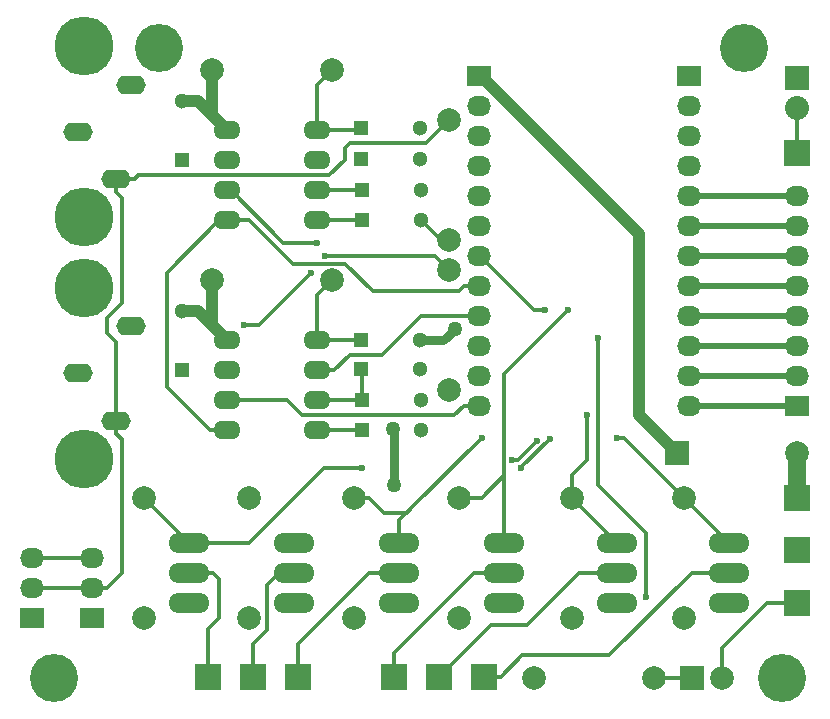
<source format=gtl>
G04 #@! TF.FileFunction,Copper,L1,Top,Mixed*
%FSLAX46Y46*%
G04 Gerber Fmt 4.6, Leading zero omitted, Abs format (unit mm)*
G04 Created by KiCad (PCBNEW 4.0.0-stable) date Monday, December 21, 2015 'AMt' 12:47:19 AM*
%MOMM*%
G01*
G04 APERTURE LIST*
%ADD10C,0.100000*%
%ADD11C,4.064000*%
%ADD12R,2.235200X2.235200*%
%ADD13R,2.032000X1.727200*%
%ADD14O,2.032000X1.727200*%
%ADD15R,1.300000X1.300000*%
%ADD16C,1.300000*%
%ADD17C,1.998980*%
%ADD18R,1.998980X1.998980*%
%ADD19R,2.032000X2.032000*%
%ADD20O,2.032000X2.032000*%
%ADD21O,2.300000X1.600000*%
%ADD22O,2.500000X1.600000*%
%ADD23O,5.000000X5.000000*%
%ADD24O,3.500120X1.699260*%
%ADD25R,2.000000X2.000000*%
%ADD26C,2.000000*%
%ADD27C,1.270000*%
%ADD28C,0.600000*%
%ADD29C,0.300000*%
%ADD30C,0.762000*%
%ADD31C,1.000000*%
%ADD32C,1.500000*%
%ADD33C,0.500000*%
%ADD34C,0.250000*%
G04 APERTURE END LIST*
D10*
D11*
X150495000Y-128270000D03*
X88900000Y-128270000D03*
D12*
X101911143Y-128163701D03*
D11*
X97790000Y-74930000D03*
D13*
X124894362Y-77305728D03*
D14*
X124894362Y-79845728D03*
X124894362Y-82385728D03*
X124894362Y-84925728D03*
X124894362Y-87465728D03*
X124894362Y-90005728D03*
X124894362Y-92545728D03*
X124894362Y-95085728D03*
X124894362Y-97625728D03*
X124894362Y-100165728D03*
X124894362Y-102705728D03*
X124894362Y-105245728D03*
D13*
X142674362Y-77305728D03*
D14*
X142674362Y-92545728D03*
X142674362Y-95085728D03*
X142674362Y-90005728D03*
X142674362Y-97625728D03*
X142674362Y-84925728D03*
X142674362Y-82385728D03*
X142674362Y-79845728D03*
X142674362Y-87465728D03*
X142674362Y-102705728D03*
X142674362Y-100165728D03*
X142674362Y-105245728D03*
D15*
X114935000Y-89535000D03*
D16*
X119935000Y-89535000D03*
D15*
X114935000Y-107315000D03*
D16*
X119935000Y-107315000D03*
D15*
X114905000Y-81735000D03*
D16*
X119905000Y-81735000D03*
D15*
X114905000Y-99695000D03*
D16*
X119905000Y-99695000D03*
D15*
X114935000Y-86995000D03*
D16*
X119935000Y-86995000D03*
D15*
X114935000Y-104775000D03*
D16*
X119935000Y-104775000D03*
D15*
X99695000Y-84455000D03*
D16*
X99695000Y-79455000D03*
D15*
X99695000Y-102235000D03*
D16*
X99695000Y-97235000D03*
D17*
X151765000Y-109220000D03*
D18*
X141605000Y-109220000D03*
D12*
X117663459Y-128195719D03*
X121473459Y-128195719D03*
X105721143Y-128163701D03*
X125283459Y-128195719D03*
X109531143Y-128163701D03*
D13*
X86995000Y-123190000D03*
D14*
X86995000Y-120650000D03*
X86995000Y-118110000D03*
D13*
X92075000Y-123190000D03*
D14*
X92075000Y-120650000D03*
X92075000Y-118110000D03*
D12*
X151765000Y-121920000D03*
X151765000Y-113030000D03*
X151765000Y-117475000D03*
X151765000Y-83820000D03*
D13*
X151765000Y-105245728D03*
D14*
X151765000Y-102705728D03*
X151765000Y-100165728D03*
X151765000Y-97625728D03*
X151765000Y-95085728D03*
X151765000Y-92545728D03*
X151765000Y-90005728D03*
X151765000Y-87465728D03*
D17*
X122305000Y-91215000D03*
X122305000Y-81055000D03*
X122305000Y-93735000D03*
X122305000Y-103895000D03*
X112395000Y-76835000D03*
X102235000Y-76835000D03*
X112395000Y-94615000D03*
X102235000Y-94615000D03*
X129540000Y-128270000D03*
X139700000Y-128270000D03*
X123190000Y-123190000D03*
X123190000Y-113030000D03*
X96520000Y-123190000D03*
X96520000Y-113030000D03*
X132715000Y-123190000D03*
X132715000Y-113030000D03*
X105410000Y-123190000D03*
X105410000Y-113030000D03*
X142240000Y-123190000D03*
X142240000Y-113030000D03*
X114300000Y-123190000D03*
X114300000Y-113030000D03*
D19*
X151765000Y-77470000D03*
D20*
X151765000Y-80010000D03*
D21*
X103505000Y-81915000D03*
X103505000Y-84455000D03*
X103505000Y-86995000D03*
X103505000Y-89535000D03*
X111125000Y-89535000D03*
X111125000Y-86995000D03*
X111125000Y-84455000D03*
X111125000Y-81915000D03*
X103505000Y-99695000D03*
X103505000Y-102235000D03*
X103505000Y-104775000D03*
X103505000Y-107315000D03*
X111125000Y-107315000D03*
X111125000Y-104775000D03*
X111125000Y-102235000D03*
X111125000Y-99695000D03*
D22*
X94143607Y-86035000D03*
X95393607Y-78035000D03*
D23*
X91393607Y-74785000D03*
X91393607Y-89285000D03*
D22*
X90893607Y-82035000D03*
X94143607Y-106482355D03*
X95393607Y-98482355D03*
D23*
X91393607Y-95232355D03*
X91393607Y-109732355D03*
D22*
X90893607Y-102482355D03*
D24*
X100330000Y-119380000D03*
X100330000Y-116840000D03*
X100330000Y-121920000D03*
X109220000Y-119380000D03*
X109220000Y-116840000D03*
X109220000Y-121920000D03*
X118110000Y-119380000D03*
X118110000Y-116840000D03*
X118110000Y-121920000D03*
X127000000Y-119380000D03*
X127000000Y-116840000D03*
X127000000Y-121920000D03*
X136525000Y-119380000D03*
X136525000Y-116840000D03*
X136525000Y-121920000D03*
X146050000Y-119380000D03*
X146050000Y-116840000D03*
X146050000Y-121920000D03*
D11*
X147320000Y-74930000D03*
D15*
X114905000Y-84335000D03*
D16*
X119905000Y-84335000D03*
D15*
X114905000Y-102135000D03*
D16*
X119905000Y-102135000D03*
D25*
X142875000Y-128270000D03*
D26*
X145415000Y-128270000D03*
D27*
X122805000Y-98735000D03*
X117605000Y-107235000D03*
X117705000Y-111935000D03*
D28*
X122305000Y-81055000D03*
X111800000Y-92549990D03*
X110600000Y-94000000D03*
X105000000Y-98400000D03*
X132410010Y-97155000D03*
X130884253Y-108024253D03*
X128450013Y-110490000D03*
X114935000Y-110490000D03*
X133985000Y-106045000D03*
X129789627Y-108199627D03*
X127650020Y-109839978D03*
X136525000Y-107950000D03*
X125095006Y-107950000D03*
X111125000Y-91424980D03*
X130460010Y-97155000D03*
X139000000Y-121400000D03*
X134900000Y-99500000D03*
D29*
X114935000Y-89535000D02*
X111125000Y-89535000D01*
X119935000Y-89535000D02*
X121615000Y-91215000D01*
X121615000Y-91215000D02*
X122305000Y-91215000D01*
X111125000Y-107315000D02*
X114935000Y-107315000D01*
X111125000Y-81915000D02*
X115015000Y-81915000D01*
X111125000Y-78105000D02*
X112395000Y-76835000D01*
X111125000Y-81915000D02*
X111125000Y-78105000D01*
D30*
X119905000Y-99695000D02*
X121845000Y-99695000D01*
X122170001Y-99369999D02*
X122805000Y-98735000D01*
X121845000Y-99695000D02*
X122170001Y-99369999D01*
X117705000Y-111935000D02*
X117705000Y-107335000D01*
X117705000Y-107335000D02*
X117605000Y-107235000D01*
D29*
X111125000Y-99695000D02*
X115015000Y-99695000D01*
X111125000Y-95885000D02*
X112395000Y-94615000D01*
X111125000Y-99695000D02*
X111125000Y-95885000D01*
X114935000Y-86995000D02*
X111125000Y-86995000D01*
D31*
X103855000Y-99695000D02*
X103505000Y-99695000D01*
X103855000Y-81915000D02*
X103505000Y-81915000D01*
X102235000Y-98425000D02*
X103505000Y-99695000D01*
X102235000Y-94615000D02*
X102235000Y-98425000D01*
X102235000Y-80645000D02*
X103505000Y-81915000D01*
X102235000Y-76835000D02*
X102235000Y-80645000D01*
X101045000Y-97235000D02*
X102235000Y-98425000D01*
X99695000Y-97235000D02*
X101045000Y-97235000D01*
X101045000Y-79455000D02*
X102235000Y-80645000D01*
X99695000Y-79455000D02*
X101045000Y-79455000D01*
X125046762Y-77305728D02*
X124894362Y-77305728D01*
X138430000Y-90688966D02*
X125046762Y-77305728D01*
X138430000Y-106045000D02*
X138430000Y-90688966D01*
X141605000Y-109220000D02*
X138430000Y-106045000D01*
D32*
X151765000Y-113030000D02*
X151765000Y-109220000D01*
D29*
X139700000Y-128270000D02*
X142875000Y-128270000D01*
X149225000Y-121920000D02*
X151765000Y-121920000D01*
X145415000Y-125730000D02*
X149225000Y-121920000D01*
X145415000Y-128270000D02*
X145415000Y-125730000D01*
X117663459Y-126176541D02*
X117663459Y-128195719D01*
X124460000Y-119380000D02*
X117663459Y-126176541D01*
X127000000Y-119380000D02*
X124460000Y-119380000D01*
X101911143Y-124148857D02*
X101911143Y-128163701D01*
X102870000Y-119869940D02*
X102870000Y-123190000D01*
X102380060Y-119380000D02*
X102870000Y-119869940D01*
X102870000Y-123190000D02*
X101911143Y-124148857D01*
X100330000Y-119380000D02*
X102380060Y-119380000D01*
X133350000Y-119380000D02*
X136525000Y-119380000D01*
X128905000Y-123825000D02*
X133350000Y-119380000D01*
X125844178Y-123825000D02*
X128905000Y-123825000D01*
X121473459Y-128195719D02*
X125844178Y-123825000D01*
X105721143Y-125418857D02*
X105721143Y-128163701D01*
X106934000Y-124206000D02*
X105721143Y-125418857D01*
X106934000Y-120396000D02*
X106934000Y-124206000D01*
X107950000Y-119380000D02*
X106934000Y-120396000D01*
X109220000Y-119380000D02*
X107950000Y-119380000D01*
X126701059Y-128195719D02*
X125283459Y-128195719D01*
X128531778Y-126365000D02*
X126701059Y-128195719D01*
X135890000Y-126365000D02*
X128531778Y-126365000D01*
X142875000Y-119380000D02*
X135890000Y-126365000D01*
X146050000Y-119380000D02*
X142875000Y-119380000D01*
X109531143Y-125418857D02*
X109531143Y-128163701D01*
X115570000Y-119380000D02*
X109531143Y-125418857D01*
X118110000Y-119380000D02*
X115570000Y-119380000D01*
X94143607Y-86035000D02*
X95693607Y-86035000D01*
X95693607Y-86035000D02*
X96028607Y-85700000D01*
X96028607Y-85700000D02*
X112200000Y-85700000D01*
X112200000Y-85700000D02*
X113500000Y-84400000D01*
X113500000Y-84400000D02*
X113500000Y-83400000D01*
X113500000Y-83400000D02*
X113900000Y-83000000D01*
X120360000Y-83000000D02*
X122305000Y-81055000D01*
X113900000Y-83000000D02*
X120360000Y-83000000D01*
X94143607Y-106482355D02*
X94143607Y-99858607D01*
X94615000Y-87606393D02*
X94143607Y-87135000D01*
X94143607Y-99858607D02*
X93345000Y-99060000D01*
X94615000Y-96520000D02*
X94615000Y-87606393D01*
X93345000Y-99060000D02*
X93345000Y-97790000D01*
X93345000Y-97790000D02*
X94615000Y-96520000D01*
X94143607Y-87135000D02*
X94143607Y-86035000D01*
X86995000Y-120650000D02*
X92075000Y-120650000D01*
X94615000Y-108053748D02*
X94143607Y-107582355D01*
X94615000Y-119426000D02*
X94615000Y-108053748D01*
X94143607Y-107582355D02*
X94143607Y-106482355D01*
X93391000Y-120650000D02*
X94615000Y-119426000D01*
X92075000Y-120650000D02*
X93391000Y-120650000D01*
X111800000Y-92549990D02*
X121119990Y-92549990D01*
X121119990Y-92549990D02*
X122305000Y-93735000D01*
X105000000Y-98400000D02*
X106200000Y-98400000D01*
X106200000Y-98400000D02*
X110600000Y-94000000D01*
X86995000Y-118110000D02*
X92075000Y-118110000D01*
X151765000Y-83820000D02*
X151765000Y-80010000D01*
D33*
X142674362Y-105245728D02*
X151765000Y-105245728D01*
X142674362Y-102705728D02*
X151765000Y-102705728D01*
X142674362Y-100165728D02*
X151765000Y-100165728D01*
X142674362Y-97625728D02*
X151765000Y-97625728D01*
X142674362Y-95085728D02*
X151765000Y-95085728D01*
X142674362Y-92545728D02*
X151765000Y-92545728D01*
X142674362Y-90005728D02*
X151765000Y-90005728D01*
X142674362Y-87465728D02*
X151765000Y-87465728D01*
D29*
X125096122Y-113030000D02*
X127000000Y-111126122D01*
X123190000Y-113030000D02*
X125096122Y-113030000D01*
X127000000Y-111126122D02*
X127000000Y-116840000D01*
X127000000Y-102565010D02*
X127000000Y-111126122D01*
X132410010Y-97155000D02*
X127000000Y-102565010D01*
X128450013Y-110458493D02*
X128450013Y-110490000D01*
X130884253Y-108024253D02*
X128450013Y-110458493D01*
X96520000Y-113030000D02*
X100330000Y-116840000D01*
X100330000Y-116840000D02*
X105410000Y-116840000D01*
X111760000Y-110490000D02*
X114935000Y-110490000D01*
X105410000Y-116840000D02*
X111760000Y-110490000D01*
X136525000Y-116840000D02*
X132715000Y-113030000D01*
X133985000Y-109855000D02*
X133985000Y-106045000D01*
X132715000Y-111125000D02*
X133985000Y-109855000D01*
X132715000Y-113030000D02*
X132715000Y-111125000D01*
X128149276Y-109839978D02*
X127650020Y-109839978D01*
X129789627Y-108199627D02*
X128149276Y-109839978D01*
X137160000Y-107950000D02*
X142240000Y-113030000D01*
X136525000Y-107950000D02*
X137160000Y-107950000D01*
X142240000Y-113030000D02*
X146050000Y-116840000D01*
X119134247Y-113910759D02*
X125095006Y-107950000D01*
X118110000Y-116840000D02*
X118110000Y-114935006D01*
X118110000Y-114935006D02*
X119134247Y-113910759D01*
X118745006Y-114300000D02*
X119134247Y-113910759D01*
X116840000Y-114300000D02*
X118745006Y-114300000D01*
X115570000Y-113030000D02*
X116840000Y-114300000D01*
X114300000Y-113030000D02*
X115570000Y-113030000D01*
X103505000Y-86995000D02*
X103855000Y-86995000D01*
X103855000Y-86995000D02*
X108284980Y-91424980D01*
X108284980Y-91424980D02*
X111125000Y-91424980D01*
X103505000Y-89535000D02*
X105410000Y-89535000D01*
X105410000Y-89535000D02*
X109075000Y-93200000D01*
X109075000Y-93200000D02*
X113520000Y-93200000D01*
X113520000Y-93200000D02*
X115855000Y-95535000D01*
X115855000Y-95535000D02*
X123129090Y-95535000D01*
X123129090Y-95535000D02*
X123578362Y-95085728D01*
X123578362Y-95085728D02*
X124894362Y-95085728D01*
X102870000Y-89535000D02*
X103505000Y-89535000D01*
X98425000Y-93980000D02*
X102870000Y-89535000D01*
X98425000Y-103685000D02*
X98425000Y-93980000D01*
X102055000Y-107315000D02*
X98425000Y-103685000D01*
X103505000Y-107315000D02*
X102055000Y-107315000D01*
X111125000Y-102235000D02*
X112575000Y-102235000D01*
X119914272Y-97625728D02*
X124894362Y-97625728D01*
X112575000Y-102235000D02*
X113905000Y-100905000D01*
X113905000Y-100905000D02*
X116635000Y-100905000D01*
X116635000Y-100905000D02*
X119914272Y-97625728D01*
X123578362Y-105245728D02*
X124894362Y-105245728D01*
X122779090Y-106045000D02*
X123578362Y-105245728D01*
X109855000Y-106045000D02*
X122779090Y-106045000D01*
X108585000Y-104775000D02*
X109855000Y-106045000D01*
X103505000Y-104775000D02*
X108585000Y-104775000D01*
D34*
X124930728Y-92545728D02*
X124894362Y-92545728D01*
D29*
X129540000Y-97155000D02*
X124930728Y-92545728D01*
X130460010Y-97155000D02*
X129540000Y-97155000D01*
X114935000Y-104775000D02*
X114935000Y-102165000D01*
X114935000Y-102165000D02*
X114905000Y-102135000D01*
X114935000Y-104775000D02*
X111125000Y-104775000D01*
X134900000Y-99500000D02*
X134900000Y-111900000D01*
X134900000Y-111900000D02*
X139000000Y-116000000D01*
X139000000Y-116000000D02*
X139000000Y-121400000D01*
M02*

</source>
